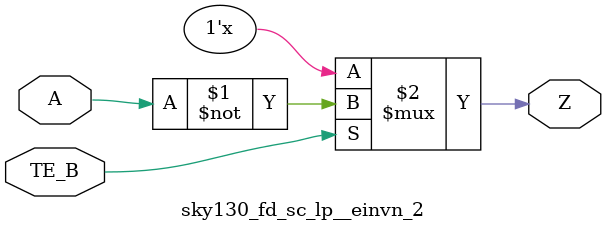
<source format=v>
/*
 * Copyright 2020 The SkyWater PDK Authors
 *
 * Licensed under the Apache License, Version 2.0 (the "License");
 * you may not use this file except in compliance with the License.
 * You may obtain a copy of the License at
 *
 *     https://www.apache.org/licenses/LICENSE-2.0
 *
 * Unless required by applicable law or agreed to in writing, software
 * distributed under the License is distributed on an "AS IS" BASIS,
 * WITHOUT WARRANTIES OR CONDITIONS OF ANY KIND, either express or implied.
 * See the License for the specific language governing permissions and
 * limitations under the License.
 *
 * SPDX-License-Identifier: Apache-2.0
*/


`ifndef SKY130_FD_SC_LP__EINVN_2_FUNCTIONAL_V
`define SKY130_FD_SC_LP__EINVN_2_FUNCTIONAL_V

/**
 * einvn: Tri-state inverter, negative enable.
 *
 * Verilog simulation functional model.
 */

`timescale 1ns / 1ps
`default_nettype none

`celldefine
module sky130_fd_sc_lp__einvn_2 (
    Z   ,
    A   ,
    TE_B
);

    // Module ports
    output Z   ;
    input  A   ;
    input  TE_B;

    //     Name     Output  Other arguments
    notif0 notif00 (Z     , A, TE_B        );

endmodule
`endcelldefine

`default_nettype wire
`endif  // SKY130_FD_SC_LP__EINVN_2_FUNCTIONAL_V

</source>
